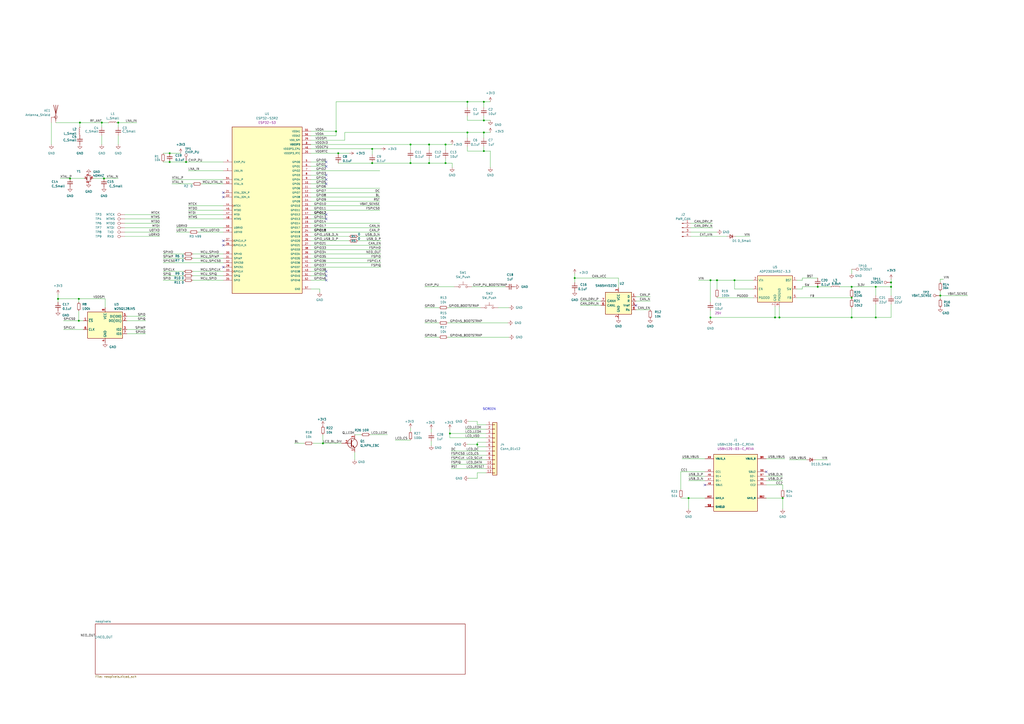
<source format=kicad_sch>
(kicad_sch (version 20211123) (generator eeschema)
  (paper "A2")
  (junction (at 452.12 184.15))
  (junction (at 59.055 71.12))
  (junction (at 333.375 161.29))
  (junction (at 280.67 59.055))
  (junction (at 248.92 94.615))
  (junction (at 196.215 88.9))
  (junction (at 60.325 103.505))
  (junction (at 68.58 71.12))
  (junction (at 516.89 166.37))
  (junction (at 46.355 71.12))
  (junction (at 412.115 184.15))
  (junction (at 248.92 83.82))
  (junction (at 494.03 166.37))
  (junction (at 508 184.15))
  (junction (at 260.985 251.46))
  (junction (at 238.125 94.615))
  (junction (at 280.67 76.835))
  (junction (at 494.03 184.15))
  (junction (at 40.64 103.505))
  (junction (at 276.86 257.81))
  (junction (at 415.925 162.56))
  (junction (at 258.445 94.615))
  (junction (at 271.145 59.055))
  (junction (at 426.085 162.56))
  (junction (at 215.9 86.36))
  (junction (at 454.025 288.925))
  (junction (at 508 166.37))
  (junction (at 98.425 88.9))
  (junction (at 280.67 69.85))
  (junction (at 516.89 163.83))
  (junction (at 238.125 83.82))
  (junction (at 45.72 186.055))
  (junction (at 474.345 166.37))
  (junction (at 545.465 171.45))
  (junction (at 494.03 172.72))
  (junction (at 33.655 173.355))
  (junction (at 271.145 76.835))
  (junction (at 412.115 162.56))
  (junction (at 107.95 93.98))
  (junction (at 399.415 288.925))
  (junction (at 215.9 94.615))
  (junction (at 449.58 184.15))
  (junction (at 258.445 83.82))
  (junction (at 280.67 87.63))
  (junction (at 98.425 93.98))
  (junction (at 45.72 173.355))
  (junction (at 194.945 76.2))
  (junction (at 187.325 257.175))
  (no_connect (at 189.23 127))
  (no_connect (at 189.23 101.6))
  (no_connect (at 189.23 96.52))
  (no_connect (at 408.94 281.305))
  (no_connect (at 444.5 273.685))
  (no_connect (at 368.935 177.165))
  (no_connect (at 189.23 106.68))
  (no_connect (at 189.23 157.48))
  (no_connect (at 189.23 124.46))
  (no_connect (at 189.23 93.98))
  (no_connect (at 189.23 162.56))
  (no_connect (at 189.23 160.02))
  (no_connect (at 129.54 154.94))
  (no_connect (at 189.23 104.14))
  (no_connect (at 129.54 111.76))
  (no_connect (at 129.54 114.3))
  (no_connect (at 129.54 139.7))
  (no_connect (at 129.54 142.24))
  (wire (pts (xy 215.9 94.615) (xy 238.125 94.615)))
  (wire (pts (xy 269.875 248.92) (xy 281.94 248.92)))
  (wire (pts (xy 170.815 257.175) (xy 176.53 257.175)))
  (wire (pts (xy 79.375 71.12) (xy 68.58 71.12)))
  (wire (pts (xy 494.03 156.21) (xy 494.03 158.75)))
  (wire (pts (xy 276.86 277.495) (xy 276.86 274.32)))
  (wire (pts (xy 377.19 179.705) (xy 368.935 179.705)))
  (wire (pts (xy 452.12 177.8) (xy 452.12 184.15)))
  (wire (pts (xy 238.125 92.075) (xy 238.125 94.615)))
  (wire (pts (xy 109.22 119.38) (xy 129.54 119.38)))
  (wire (pts (xy 98.425 93.98) (xy 107.95 93.98)))
  (wire (pts (xy 180.34 132.08) (xy 220.345 132.08)))
  (wire (pts (xy 412.115 185.42) (xy 412.115 184.15)))
  (wire (pts (xy 187.325 257.175) (xy 187.325 252.095)))
  (wire (pts (xy 180.34 111.76) (xy 220.345 111.76)))
  (wire (pts (xy 412.115 162.56) (xy 415.925 162.56)))
  (wire (pts (xy 180.34 137.16) (xy 202.565 137.16)))
  (wire (pts (xy 259.715 178.435) (xy 278.765 178.435)))
  (wire (pts (xy 561.34 171.45) (xy 545.465 171.45)))
  (wire (pts (xy 426.085 162.56) (xy 436.88 162.56)))
  (wire (pts (xy 180.34 93.98) (xy 189.23 93.98)))
  (wire (pts (xy 92.71 129.54) (xy 72.39 129.54)))
  (wire (pts (xy 238.125 83.82) (xy 248.92 83.82)))
  (wire (pts (xy 462.28 172.72) (xy 494.03 172.72)))
  (wire (pts (xy 246.38 178.435) (xy 254.635 178.435)))
  (wire (pts (xy 377.19 174.625) (xy 368.935 174.625)))
  (wire (pts (xy 99.695 106.68) (xy 111.76 106.68)))
  (wire (pts (xy 516.89 176.53) (xy 516.89 184.15)))
  (wire (pts (xy 180.34 99.06) (xy 220.345 99.06)))
  (wire (pts (xy 180.34 86.36) (xy 215.9 86.36)))
  (wire (pts (xy 238.125 248.285) (xy 238.125 250.19)))
  (wire (pts (xy 34.925 103.505) (xy 40.64 103.505)))
  (wire (pts (xy 180.34 152.4) (xy 220.98 152.4)))
  (wire (pts (xy 280.67 69.85) (xy 271.145 69.85)))
  (wire (pts (xy 426.72 137.16) (xy 434.975 137.16)))
  (wire (pts (xy 180.34 101.6) (xy 189.23 101.6)))
  (wire (pts (xy 180.34 116.84) (xy 220.345 116.84)))
  (wire (pts (xy 180.34 149.86) (xy 220.98 149.86)))
  (wire (pts (xy 454.025 295.275) (xy 454.025 288.925)))
  (wire (pts (xy 60.325 103.505) (xy 53.975 103.505)))
  (wire (pts (xy 394.97 273.685) (xy 394.97 283.845)))
  (wire (pts (xy 207.645 139.7) (xy 220.98 139.7)))
  (wire (pts (xy 180.34 139.7) (xy 202.565 139.7)))
  (wire (pts (xy 46.355 73.66) (xy 46.355 71.12)))
  (wire (pts (xy 72.39 137.16) (xy 92.71 137.16)))
  (wire (pts (xy 261.62 264.16) (xy 281.94 264.16)))
  (wire (pts (xy 452.12 184.15) (xy 494.03 184.15)))
  (wire (pts (xy 111.76 160.02) (xy 129.54 160.02)))
  (wire (pts (xy 180.34 114.3) (xy 220.345 114.3)))
  (wire (pts (xy 68.58 71.12) (xy 68.58 73.66)))
  (wire (pts (xy 271.145 76.835) (xy 271.145 80.01)))
  (wire (pts (xy 408.94 278.765) (xy 399.415 278.765)))
  (wire (pts (xy 116.84 106.68) (xy 129.54 106.68)))
  (wire (pts (xy 276.86 256.54) (xy 276.86 257.81)))
  (wire (pts (xy 94.615 93.98) (xy 98.425 93.98)))
  (wire (pts (xy 180.34 96.52) (xy 189.23 96.52)))
  (wire (pts (xy 180.34 142.24) (xy 220.98 142.24)))
  (wire (pts (xy 102.235 134.62) (xy 109.855 134.62)))
  (wire (pts (xy 258.445 94.615) (xy 248.92 94.615)))
  (wire (pts (xy 462.28 167.64) (xy 465.455 167.64)))
  (wire (pts (xy 180.34 104.14) (xy 189.23 104.14)))
  (wire (pts (xy 181.61 257.175) (xy 187.325 257.175)))
  (wire (pts (xy 276.86 257.81) (xy 276.86 259.08)))
  (wire (pts (xy 45.72 180.34) (xy 45.72 186.055)))
  (wire (pts (xy 474.345 166.37) (xy 481.965 166.37)))
  (wire (pts (xy 180.34 83.82) (xy 238.125 83.82)))
  (wire (pts (xy 111.76 162.56) (xy 129.54 162.56)))
  (wire (pts (xy 180.34 119.38) (xy 220.345 119.38)))
  (wire (pts (xy 99.695 104.14) (xy 129.54 104.14)))
  (wire (pts (xy 426.085 167.64) (xy 426.085 162.56)))
  (wire (pts (xy 180.34 160.02) (xy 189.23 160.02)))
  (wire (pts (xy 261.62 266.7) (xy 281.94 266.7)))
  (wire (pts (xy 280.67 76.835) (xy 280.67 80.01)))
  (wire (pts (xy 280.67 76.835) (xy 284.48 76.835)))
  (wire (pts (xy 45.72 173.355) (xy 45.72 175.26)))
  (wire (pts (xy 415.925 172.72) (xy 436.88 172.72)))
  (wire (pts (xy 194.945 59.055) (xy 194.945 76.2)))
  (wire (pts (xy 248.92 83.82) (xy 248.92 86.995)))
  (wire (pts (xy 280.67 87.63) (xy 271.145 87.63)))
  (wire (pts (xy 400.685 129.54) (xy 413.385 129.54)))
  (wire (pts (xy 73.66 193.675) (xy 84.455 193.675)))
  (wire (pts (xy 400.685 137.16) (xy 421.64 137.16)))
  (wire (pts (xy 45.72 173.355) (xy 60.96 173.355)))
  (wire (pts (xy 72.39 134.62) (xy 92.71 134.62)))
  (wire (pts (xy 109.22 121.92) (xy 129.54 121.92)))
  (wire (pts (xy 109.22 127) (xy 129.54 127)))
  (wire (pts (xy 59.055 73.66) (xy 59.055 71.12)))
  (wire (pts (xy 395.605 266.065) (xy 408.94 266.065)))
  (wire (pts (xy 180.34 81.28) (xy 200.025 81.28)))
  (wire (pts (xy 408.94 273.685) (xy 394.97 273.685)))
  (wire (pts (xy 465.455 162.56) (xy 465.455 161.29)))
  (wire (pts (xy 271.145 67.31) (xy 271.145 69.85)))
  (wire (pts (xy 271.78 277.495) (xy 276.86 277.495)))
  (wire (pts (xy 358.775 161.29) (xy 358.775 167.005)))
  (wire (pts (xy 180.34 76.2) (xy 194.945 76.2)))
  (wire (pts (xy 36.83 186.055) (xy 45.72 186.055)))
  (wire (pts (xy 348.615 177.165) (xy 336.55 177.165)))
  (wire (pts (xy 102.235 132.08) (xy 129.54 132.08)))
  (wire (pts (xy 545.465 173.355) (xy 545.465 171.45)))
  (wire (pts (xy 444.5 276.225) (xy 454.025 276.225)))
  (wire (pts (xy 508 166.37) (xy 508 171.45)))
  (wire (pts (xy 180.34 162.56) (xy 189.23 162.56)))
  (wire (pts (xy 180.34 124.46) (xy 189.23 124.46)))
  (wire (pts (xy 487.045 166.37) (xy 494.03 166.37)))
  (wire (pts (xy 248.92 94.615) (xy 238.125 94.615)))
  (wire (pts (xy 259.715 187.325) (xy 294.64 187.325)))
  (wire (pts (xy 107.95 93.98) (xy 129.54 93.98)))
  (wire (pts (xy 273.685 166.37) (xy 293.37 166.37)))
  (wire (pts (xy 33.655 170.815) (xy 33.655 173.355)))
  (wire (pts (xy 94.615 157.48) (xy 106.68 157.48)))
  (wire (pts (xy 46.355 71.12) (xy 59.055 71.12)))
  (wire (pts (xy 449.58 177.8) (xy 449.58 184.15)))
  (wire (pts (xy 508 176.53) (xy 508 184.15)))
  (wire (pts (xy 408.94 276.225) (xy 399.415 276.225)))
  (wire (pts (xy 46.355 71.12) (xy 32.385 71.12)))
  (wire (pts (xy 262.255 94.615) (xy 258.445 94.615)))
  (wire (pts (xy 92.71 124.46) (xy 72.39 124.46)))
  (wire (pts (xy 261.62 271.78) (xy 281.94 271.78)))
  (wire (pts (xy 248.92 92.075) (xy 248.92 94.615)))
  (wire (pts (xy 94.615 149.86) (xy 106.68 149.86)))
  (wire (pts (xy 400.685 132.08) (xy 413.385 132.08)))
  (wire (pts (xy 271.145 85.09) (xy 271.145 87.63)))
  (wire (pts (xy 73.66 191.135) (xy 84.455 191.135)))
  (wire (pts (xy 180.34 109.22) (xy 220.345 109.22)))
  (wire (pts (xy 494.03 184.15) (xy 494.03 178.435)))
  (wire (pts (xy 394.97 288.925) (xy 399.415 288.925)))
  (wire (pts (xy 45.72 186.055) (xy 48.26 186.055)))
  (wire (pts (xy 545.465 161.925) (xy 545.465 163.83)))
  (wire (pts (xy 377.19 172.085) (xy 368.935 172.085)))
  (wire (pts (xy 94.615 160.02) (xy 106.68 160.02)))
  (wire (pts (xy 194.945 78.74) (xy 194.945 76.2)))
  (wire (pts (xy 114.935 134.62) (xy 129.54 134.62)))
  (wire (pts (xy 258.445 94.615) (xy 258.445 92.075)))
  (wire (pts (xy 196.215 94.615) (xy 215.9 94.615)))
  (wire (pts (xy 288.925 178.435) (xy 295.275 178.435)))
  (wire (pts (xy 508 166.37) (xy 516.89 166.37)))
  (wire (pts (xy 68.58 78.74) (xy 68.58 83.82)))
  (wire (pts (xy 415.925 162.56) (xy 415.925 167.64)))
  (wire (pts (xy 33.655 173.355) (xy 45.72 173.355)))
  (wire (pts (xy 333.375 158.75) (xy 333.375 161.29)))
  (wire (pts (xy 200.025 76.835) (xy 271.145 76.835)))
  (wire (pts (xy 260.985 251.46) (xy 260.985 254)))
  (wire (pts (xy 262.255 97.155) (xy 262.255 94.615)))
  (wire (pts (xy 408.94 288.925) (xy 399.415 288.925)))
  (wire (pts (xy 271.145 257.81) (xy 276.86 257.81)))
  (wire (pts (xy 111.76 157.48) (xy 129.54 157.48)))
  (wire (pts (xy 111.76 147.32) (xy 129.54 147.32)))
  (wire (pts (xy 94.615 88.9) (xy 98.425 88.9)))
  (wire (pts (xy 516.89 184.15) (xy 508 184.15)))
  (wire (pts (xy 284.48 69.85) (xy 280.67 69.85)))
  (wire (pts (xy 494.03 172.72) (xy 494.03 173.355)))
  (wire (pts (xy 260.985 251.46) (xy 281.94 251.46)))
  (wire (pts (xy 94.615 152.4) (xy 129.54 152.4)))
  (wire (pts (xy 444.5 278.765) (xy 454.025 278.765)))
  (wire (pts (xy 444.5 266.065) (xy 455.295 266.065)))
  (wire (pts (xy 261.62 269.24) (xy 281.94 269.24)))
  (wire (pts (xy 449.58 184.15) (xy 452.12 184.15)))
  (wire (pts (xy 98.425 88.9) (xy 104.775 88.9)))
  (wire (pts (xy 258.445 83.82) (xy 262.255 83.82)))
  (wire (pts (xy 207.645 137.16) (xy 220.345 137.16)))
  (wire (pts (xy 180.34 147.32) (xy 220.98 147.32)))
  (wire (pts (xy 263.525 166.37) (xy 246.38 166.37)))
  (wire (pts (xy 494.03 166.37) (xy 494.03 167.64)))
  (wire (pts (xy 36.83 191.135) (xy 48.26 191.135)))
  (wire (pts (xy 92.71 127) (xy 72.39 127)))
  (wire (pts (xy 94.615 147.32) (xy 106.68 147.32)))
  (wire (pts (xy 444.5 281.305) (xy 454.025 281.305)))
  (wire (pts (xy 59.055 71.12) (xy 62.865 71.12)))
  (wire (pts (xy 194.945 59.055) (xy 271.145 59.055)))
  (wire (pts (xy 516.89 166.37) (xy 516.89 171.45)))
  (wire (pts (xy 180.34 106.68) (xy 189.23 106.68)))
  (wire (pts (xy 246.38 187.325) (xy 254.635 187.325)))
  (wire (pts (xy 280.67 87.63) (xy 280.67 85.09)))
  (wire (pts (xy 205.74 252.095) (xy 209.55 252.095)))
  (wire (pts (xy 276.86 259.08) (xy 281.94 259.08)))
  (wire (pts (xy 33.655 175.26) (xy 33.655 173.355)))
  (wire (pts (xy 248.92 83.82) (xy 258.445 83.82)))
  (wire (pts (xy 405.13 162.56) (xy 412.115 162.56)))
  (wire (pts (xy 348.615 174.625) (xy 336.55 174.625)))
  (wire (pts (xy 229.235 255.27) (xy 238.125 255.27)))
  (wire (pts (xy 187.325 257.175) (xy 198.12 257.175)))
  (wire (pts (xy 111.76 149.86) (xy 129.54 149.86)))
  (wire (pts (xy 109.22 124.46) (xy 129.54 124.46)))
  (wire (pts (xy 465.455 166.37) (xy 474.345 166.37)))
  (wire (pts (xy 180.34 144.78) (xy 220.98 144.78)))
  (wire (pts (xy 473.075 266.7) (xy 480.06 266.7)))
  (wire (pts (xy 494.03 184.15) (xy 508 184.15)))
  (wire (pts (xy 426.085 167.64) (xy 436.88 167.64)))
  (wire (pts (xy 412.115 184.15) (xy 449.58 184.15)))
  (wire (pts (xy 185.42 169.545) (xy 185.42 167.64)))
  (wire (pts (xy 196.215 88.9) (xy 202.565 88.9)))
  (wire (pts (xy 271.145 59.055) (xy 271.145 62.23)))
  (wire (pts (xy 260.985 248.92) (xy 260.985 251.46)))
  (wire (pts (xy 400.685 134.62) (xy 415.925 134.62)))
  (wire (pts (xy 29.845 71.12) (xy 29.845 83.82)))
  (wire (pts (xy 516.89 163.83) (xy 516.89 166.37)))
  (wire (pts (xy 258.445 83.82) (xy 258.445 86.995)))
  (wire (pts (xy 276.86 274.32) (xy 281.94 274.32)))
  (wire (pts (xy 250.19 248.92) (xy 250.19 250.825)))
  (wire (pts (xy 412.115 180.34) (xy 412.115 184.15)))
  (wire (pts (xy 281.94 256.54) (xy 276.86 256.54)))
  (wire (pts (xy 59.055 78.74) (xy 59.055 83.82)))
  (wire (pts (xy 276.86 244.475) (xy 271.78 244.475)))
  (wire (pts (xy 180.34 129.54) (xy 220.345 129.54)))
  (wire (pts (xy 465.455 161.29) (xy 474.345 161.29)))
  (wire (pts (xy 180.34 88.9) (xy 196.215 88.9)))
  (wire (pts (xy 333.375 161.29) (xy 358.775 161.29)))
  (wire (pts (xy 73.66 183.515) (xy 84.455 183.515)))
  (wire (pts (xy 180.34 157.48) (xy 189.23 157.48)))
  (wire (pts (xy 180.34 154.94) (xy 220.98 154.94)))
  (wire (pts (xy 399.415 295.275) (xy 399.415 288.925)))
  (wire (pts (xy 94.615 162.56) (xy 106.68 162.56)))
  (wire (pts (xy 185.42 167.64) (xy 180.34 167.64)))
  (wire (pts (xy 200.025 76.835) (xy 200.025 81.28)))
  (wire (pts (xy 246.38 195.58) (xy 254.635 195.58)))
  (wire (pts (xy 271.145 59.055) (xy 280.67 59.055)))
  (wire (pts (xy 214.63 252.095) (xy 224.79 252.095)))
  (wire (pts (xy 60.96 173.355) (xy 60.96 178.435)))
  (wire (pts (xy 180.34 127) (xy 189.23 127)))
  (wire (pts (xy 215.9 86.36) (xy 220.98 86.36)))
  (wire (pts (xy 180.34 78.74) (xy 194.945 78.74)))
  (wire (pts (xy 280.67 59.055) (xy 280.67 62.23)))
  (wire (pts (xy 444.5 288.925) (xy 454.025 288.925)))
  (wire (pts (xy 68.58 71.12) (xy 67.945 71.12)))
  (wire (pts (xy 92.71 132.08) (xy 72.39 132.08)))
  (wire (pts (xy 260.985 254) (xy 281.94 254)))
  (wire (pts (xy 412.115 162.56) (xy 412.115 175.26)))
  (wire (pts (xy 454.025 281.305) (xy 454.025 283.845)))
  (wire (pts (xy 271.145 76.835) (xy 280.67 76.835)))
  (wire (pts (xy 180.34 121.92) (xy 220.345 121.92)))
  (wire (pts (xy 40.64 103.505) (xy 48.895 103.505)))
  (wire (pts (xy 494.03 166.37) (xy 508 166.37)))
  (wire (pts (xy 238.125 83.82) (xy 238.125 86.995)))
  (wire (pts (xy 516.89 161.925) (xy 516.89 163.83)))
  (wire (pts (xy 60.325 103.505) (xy 68.58 103.505)))
  (wire (pts (xy 73.66 186.055) (xy 84.455 186.055)))
  (wire (pts (xy 109.22 99.06) (xy 129.54 99.06)))
  (wire (pts (xy 250.19 255.905) (xy 250.19 258.445)))
  (wire (pts (xy 107.95 93.345) (xy 107.95 93.98)))
  (wire (pts (xy 280.67 59.055) (xy 284.48 59.055)))
  (wire (pts (xy 180.34 134.62) (xy 220.345 134.62)))
  (wire (pts (xy 276.86 246.38) (xy 276.86 244.475)))
  (wire (pts (xy 547.37 161.925) (xy 545.465 161.925)))
  (wire (pts (xy 545.465 171.45) (xy 545.465 168.91)))
  (wire (pts (xy 284.48 87.63) (xy 280.67 87.63)))
  (wire (pts (xy 261.62 261.62) (xy 281.94 261.62)))
  (wire (pts (xy 205.74 262.255) (xy 205.74 266.7)))
  (wire (pts (xy 215.9 86.36) (xy 215.9 89.535)))
  (wire (pts (xy 462.28 162.56) (xy 465.455 162.56)))
  (wire (pts (xy 281.94 246.38) (xy 276.86 246.38)))
  (wire (pts (xy 196.215 88.9) (xy 196.215 89.535)))
  (wire (pts (xy 457.835 266.7) (xy 467.995 266.7)))
  (wire (pts (xy 415.925 162.56) (xy 426.085 162.56)))
  (wire (pts (xy 259.715 195.58) (xy 295.275 195.58)))
  (wire (pts (xy 284.48 97.155) (xy 284.48 87.63)))
  (wire (pts (xy 333.375 161.29) (xy 333.375 163.83)))
  (wire (pts (xy 280.67 69.85) (xy 280.67 67.31)))
  (wire (pts (xy 465.455 167.64) (xy 465.455 166.37)))
  (text "SCREEN" (at 280.035 238.125 0) (effects (font (size 1.27 1.27)) (justify left bottom)))
  (label "SPIHD" (at 94.615 147.32 0))
  (label "U0TXD" (at 92.71 134.62 180))
  (label "MCU_SPICS0" (at 116.205 152.4 0))
  (label "GPIO10" (at 189.23 119.38 180))
  (label "LCD_DC" (at 270.51 261.62 0))
  (label "GPIO34" (at 189.23 147.32 180))
  (label "SPICLK" (at 94.615 157.48 0))
  (label "MCU_U0TXD" (at 116.205 134.62 0))
  (label "LCD_LEDK" (at 224.79 252.095 180))
  (label "GPIO5" (at 189.23 106.68 180))
  (label "USB_D_N" (at 454.025 276.225 180))
  (label "SPID" (at 94.615 162.56 0))
  (label "XTAL_P" (at 34.925 103.505 0))
  (label "VIN" (at 405.13 162.56 0))
  (label "CAN_EN" (at 220.98 142.24 180))
  (label "BL" (at 170.815 257.175 0))
  (label "DC" (at 220.345 111.76 180))
  (label "USB_D_P" (at 220.98 139.7 180))
  (label "GPIO_USB_D_N" (at 182.245 137.16 0))
  (label "CC1" (at 394.97 273.685 0))
  (label "CHIP_PU" (at 109.22 93.98 0))
  (label "U0RXD" (at 92.71 137.16 180))
  (label "MTCK" (at 109.22 119.38 0))
  (label "GPIO17" (at 189.23 132.08 180))
  (label "SPICLK" (at 36.83 191.135 0))
  (label "LCD_DATA" (at 270.51 269.24 0))
  (label "U0RXD" (at 102.235 132.08 0))
  (label "FSPID" (at 220.98 149.86 180))
  (label "LCD_SCLK" (at 270.51 266.7 0))
  (label "USB_D_P" (at 399.415 276.225 0))
  (label "VDDRTC" (at 182.88 88.9 0))
  (label "USB_VBUS" (at 395.605 266.065 0))
  (label "GPIO46" (at 189.23 162.56 180))
  (label "Q_LEDK" (at 205.74 252.095 180))
  (label "CAN_VCC" (at 351.79 161.29 180))
  (label "GPIO0" (at 246.38 178.435 0))
  (label "XTAL_P" (at 99.695 104.14 0))
  (label "GPIO_USB_D_P" (at 182.245 139.7 0))
  (label "CAN_EN" (at 377.19 179.705 180))
  (label "FSPIHD" (at 220.98 144.78 180))
  (label "MTMS" (at 109.22 127 0))
  (label "VIN" (at 434.975 137.16 180))
  (label "USB_D_N" (at 399.415 278.765 0))
  (label "RF_ANT" (at 59.055 71.12 180))
  (label "CAN_DRV_N" (at 413.385 132.08 180))
  (label "GPIO3" (at 189.23 101.6 180))
  (label "MCU_SPICLK" (at 116.205 157.48 0))
  (label "GPIO46_BOOTSTRAP" (at 260.985 195.58 0))
  (label "MTMS" (at 92.71 127 180))
  (label "CAN_DRV_N" (at 336.55 177.165 0))
  (label "FSPIQ" (at 220.98 154.94 180))
  (label "MCU_SPIHD" (at 116.205 147.32 0))
  (label "SPIQ" (at 94.615 160.02 0))
  (label "VDDCPU" (at 182.88 86.36 0))
  (label "EXT_VIN" (at 413.385 137.16 180))
  (label "MTDI" (at 92.71 132.08 180))
  (label "MTDI" (at 109.22 124.46 0))
  (label "VDDSPI" (at 182.88 81.28 0))
  (label "LCD_LEDA" (at 269.875 251.46 0))
  (label "GPIO46" (at 246.38 195.58 0))
  (label "LCD_CS" (at 229.235 255.27 0))
  (label "CAN_DRV_P" (at 413.385 129.54 180))
  (label "VBAT_SENSE" (at 220.345 119.38 180))
  (label "CAN_N" (at 377.19 174.625 180))
  (label "FSPICLK" (at 220.98 152.4 180))
  (label "GPIO36" (at 189.23 152.4 180))
  (label "FSPICS0" (at 261.62 264.16 0))
  (label "MTCK" (at 92.71 124.46 180))
  (label "GPIO11" (at 189.23 121.92 180))
  (label "GPIO45" (at 246.38 187.325 0))
  (label "USB_VBUS" (at 457.835 266.7 0))
  (label "GPIO37" (at 189.23 154.94 180))
  (label "GPIO13" (at 189.23 127 180))
  (label "CAN_P" (at 377.19 172.085 180))
  (label "BST" (at 467.995 161.29 0))
  (label "SPICS0" (at 94.615 152.4 0))
  (label "MCU_SPIWP" (at 116.205 149.86 0))
  (label "CAN_N" (at 220.345 132.08 180))
  (label "GPIO9" (at 189.23 116.84 180))
  (label "MCU_SPIQ" (at 116.205 160.02 0))
  (label "VDDA" (at 182.88 76.2 0))
  (label "GPIO8" (at 189.23 114.3 180))
  (label "FSPICS0" (at 220.345 121.92 180))
  (label "FSPICLK" (at 261.62 266.7 0))
  (label "NEO_OUT" (at 220.98 147.32 180))
  (label "GPIO45" (at 189.23 160.02 180))
  (label "CAN_DRV_P" (at 336.55 174.625 0))
  (label "LNA_IN" (at 79.375 71.12 180))
  (label "VIN" (at 547.37 161.925 0))
  (label "CAN_P" (at 220.345 134.62 180))
  (label "SW" (at 466.725 166.37 0))
  (label "MTDO" (at 109.22 121.92 0))
  (label "LCD_BL_DIV" (at 187.325 257.175 0))
  (label "GPIO0_BOOTSTRAP" (at 260.35 178.435 0))
  (label "GPIO21" (at 189.23 142.24 180))
  (label "VDDA" (at 182.88 78.74 0))
  (label "GPIO1" (at 189.23 96.52 180))
  (label "GPIO45_BOOTSTRAP" (at 260.985 187.325 0))
  (label "VIN" (at 480.06 266.7 180))
  (label "GPIO35" (at 189.23 149.86 180))
  (label "GPIO12" (at 189.23 124.46 180))
  (label "VBAT_SENSE" (at 561.34 171.45 180))
  (label "SPID" (at 84.455 183.515 180))
  (label "FSPIQ" (at 261.62 269.24 0))
  (label "LNA_IN" (at 109.22 99.06 0))
  (label "PGOOD" (at 427.355 172.72 0))
  (label "GPIO4" (at 189.23 104.14 180))
  (label "VDDSPI" (at 60.96 173.355 180))
  (label "SPIWP" (at 84.455 191.135 180))
  (label "SPICS0" (at 36.83 186.055 0))
  (label "BL" (at 220.345 114.3 180))
  (label "LCD_CS" (at 270.51 264.16 0))
  (label "VDD3V3" (at 182.88 83.82 0))
  (label "RST" (at 261.62 271.78 0))
  (label "GPIO12" (at 189.23 124.46 180))
  (label "GPIO18" (at 189.23 134.62 180))
  (label "GPIO18" (at 189.23 134.62 180))
  (label "SPIHD" (at 84.455 193.675 180))
  (label "GPIO2" (at 189.23 99.06 180))
  (label "LCD_RESET" (at 270.51 271.78 0))
  (label "CC2" (at 454.025 281.305 180))
  (label "FB" (at 469.9 172.72 0))
  (label "GPIO6" (at 189.23 109.22 180))
  (label "RST" (at 220.345 116.84 180))
  (label "MCU_XTAL_N" (at 117.3912 106.68 0))
  (label "USB_D_N" (at 220.345 137.16 180))
  (label "MTDO" (at 92.71 129.54 180))
  (label "DC" (at 261.62 261.62 0))
  (label "GPIO0" (at 189.23 93.98 180))
  (label "LCD_LEDK" (at 269.875 248.92 0))
  (label "3.3V" (at 501.65 166.37 180))
  (label "CHIP_PU" (at 246.38 166.37 0))
  (label "GPIO38" (at 189.23 157.48 180))
  (label "GPIO14" (at 189.23 129.54 180))
  (label "USB_VBUS" (at 455.295 266.065 180))
  (label "GPIO33" (at 189.23 144.78 180))
  (label "SPIWP" (at 94.615 149.86 0))
  (label "MCU_SPID" (at 116.205 162.56 0))
  (label "XTAL_N" (at 68.58 103.505 180))
  (label "GPIO7" (at 189.23 111.76 180))
  (label "SPIQ" (at 84.455 186.055 180))
  (label "CHIP_PU_BOOTSTRAP" (at 274.32 166.37 0))
  (label "USB_D_P" (at 454.025 278.765 180))
  (label "XTAL_N" (at 99.695 106.68 0))
  (label "LCD_VDD" (at 269.875 254 0))
  (label "NEO_OUT" (at 55.245 369.57 180))
  (label "U0TXD" (at 102.235 134.62 0))
  (symbol (lib_id "power:GND") (at 454.025 295.275 0) (mirror y) (unit 1)
    (property "Reference" "#PWR041" (effects hide))
    (property "Value" "GND" (at 454.025 299.72 0))
  )
  (symbol (lib_id "Device:R_Small") (at 109.22 149.86 90) (unit 1)
    (property "Reference" "R7" (at 102.87 151.13 90))
    (property "Value" "0" (at 106.045 151.13 90))
    (property "Footprint" "Resistor_SMD:R_0402_1005Metric" (effects hide))
  )
  (symbol (lib_id "Device:R_Small") (at 94.615 91.44 180) (unit 1)
    (property "Reference" "R1" (at 89.535 90.8049 0) (effects (justify right)))
    (property "Value" "10k" (at 89.535 92.7099 0) (effects (justify right)))
    (property "Footprint" "Resistor_SMD:R_0402_1005Metric" (effects hide))
  )
  (symbol (lib_id "Device:R_Small") (at 257.175 178.435 90) (unit 1)
    (property "Reference" "R13" (at 257.175 172.72 90))
    (property "Value" "10k" (at 257.175 175.26 90))
    (property "Footprint" "Resistor_SMD:R_0402_1005Metric" (effects hide))
  )
  (symbol (lib_id "power:GND") (at 262.255 97.155 0) (unit 1)
    (property "Reference" "#PWR011" (effects hide))
    (property "Value" "GND" (at 262.255 101.6 0))
  )
  (symbol (lib_id "Device:Q_NPN_EBC") (at 203.2 257.175 0) (unit 1)
    (property "Reference" "Q1" (at 208.915 255.9049 0) (effects (justify left)))
    (property "Value" "Q_NPN_EBC" (at 208.915 258.4449 0) (effects (justify left)))
    (property "Footprint" "Package_TO_SOT_SMD:TSOT-23" (effects hide))
  )
  (symbol (lib_id "power:+3V3") (at 284.48 59.055 0) (unit 1)
    (property "Reference" "#PWR01" (effects hide))
    (property "Value" "+3V3" (at 284.48 53.975 0))
  )
  (symbol (lib_id "Device:R_Small") (at 45.72 177.8 0) (unit 1)
    (property "Reference" "R8" (at 47.625 176.5299 0) (effects (justify left)))
    (property "Value" "100k" (at 47.625 179.0699 0) (effects (justify left)))
    (property "Footprint" "Resistor_SMD:R_0402_1005Metric" (effects hide))
  )
  (symbol (lib_id "power:GND") (at 545.465 178.435 0) (unit 1)
    (property "Reference" "#PWR031" (effects hide))
    (property "Value" "GND" (at 548.64 181.61 0))
  )
  (symbol (lib_id "Device:R_Small") (at 109.22 147.32 90) (unit 1)
    (property "Reference" "R6" (at 102.87 148.59 90))
    (property "Value" "0" (at 106.045 148.59 90))
    (property "Footprint" "Resistor_SMD:R_0402_1005Metric" (effects hide))
  )
  (symbol (lib_id "Device:C_Small") (at 474.345 163.83 0) (unit 1)
    (property "Reference" "C20" (at 476.25 162.5662 0) (effects (justify left)))
    (property "Value" "0.1uF" (at 476.25 165.1062 0) (effects (justify left)))
    (property "Footprint" "Capacitor_SMD:C_0805_2012Metric" (effects hide))
  )
  (symbol (lib_id "power:GND") (at 377.19 184.785 0) (mirror y) (unit 1)
    (property "Reference" "#PWR0114" (effects hide))
    (property "Value" "GND" (at 377.19 189.23 0))
  )
  (symbol (lib_id "Device:L_Small") (at 65.405 71.12 270) (mirror x) (unit 1)
    (property "Reference" "L1" (at 65.405 66.04 90))
    (property "Value" "L_Small" (at 65.405 68.58 90))
    (property "Footprint" "Inductor_SMD:L_0402_1005Metric" (effects hide))
  )
  (symbol (lib_id "Device:C_Small") (at 238.125 89.535 0) (unit 1)
    (property "Reference" "C11" (at 240.665 88.2712 0) (effects (justify left)))
    (property "Value" "0.1uF" (at 240.665 90.8112 0) (effects (justify left)))
    (property "Footprint" "Capacitor_SMD:C_0402_1005Metric" (effects hide))
  )
  (symbol (lib_id "Device:C_Small") (at 248.92 89.535 0) (unit 1)
    (property "Reference" "C12" (at 252.095 88.2712 0) (effects (justify left)))
    (property "Value" "1uF" (at 252.095 90.8112 0) (effects (justify left)))
    (property "Footprint" "Capacitor_SMD:C_0402_1005Metric" (effects hide))
  )
  (symbol (lib_id "power:GND") (at 40.64 108.585 0) (unit 1)
    (property "Reference" "#PWR015" (effects hide))
    (property "Value" "GND" (at 40.64 113.665 0))
  )
  (symbol (lib_id "Interface_CAN_LIN:SN65HVD230") (at 358.775 174.625 0) (mirror y) (unit 1) (in_bom no)
    (property "Reference" "U2" (at 359.2956 164.465 0) (effects (justify right)))
    (property "Value" "SN65HVD230" (at 345.3256 165.735 0) (effects (justify right)))
    (property "Footprint" "Package_SO:SOIC-8_3.9x4.9mm_P1.27mm" (effects hide))
    (property "Datasheet" "http://www.ti.com/lit/ds/symlink/sn65hvd230.pdf" (effects hide))
    (property "MPN" "SN65HVD230D" (effects hide))
    (property "DESCRIPTION" "IC TRANSCEIVER HALF 1/1 8SOIC" (effects hide))
  )
  (symbol (lib_id "power:GND") (at 33.655 180.34 0) (unit 1)
    (property "Reference" "#PWR021" (effects hide))
    (property "Value" "GND" (at 38.1 182.88 0))
  )
  (symbol (lib_id "Device:C_Small") (at 68.58 76.2 0) (mirror x) (unit 1)
    (property "Reference" "C3" (at 73.66 74.2885 0) (effects (justify right)))
    (property "Value" "C_Small" (at 78.74 76.1935 0) (effects (justify right)))
    (property "Footprint" "Capacitor_SMD:C_0402_1005Metric" (effects hide))
  )
  (symbol (lib_id "power:GND") (at 284.48 69.85 0) (unit 1)
    (property "Reference" "#PWR02" (effects hide))
    (property "Value" "GND" (at 288.925 72.39 0))
  )
  (symbol (lib_id "power:+3V3") (at 238.125 248.285 0) (unit 1)
    (property "Reference" "#PWR0109" (effects hide))
    (property "Value" "+3V3" (at 237.49 244.475 0))
  )
  (symbol (lib_id "Device:C_Small") (at 280.67 82.55 0) (unit 1)
    (property "Reference" "C7" (at 283.21 81.2862 0) (effects (justify left)))
    (property "Value" "1uF" (at 283.21 83.8262 0) (effects (justify left)))
    (property "Footprint" "Capacitor_SMD:C_0402_1005Metric" (effects hide))
  )
  (symbol (lib_id "Device:R_Small") (at 377.19 182.245 0) (mirror y) (unit 1)
    (property "Reference" "R12" (at 379.73 180.9749 0) (effects (justify right)))
    (property "Value" "10k" (at 379.73 183.5149 0) (effects (justify right)))
    (property "Footprint" "Resistor_SMD:R_0402_1005Metric" (effects hide))
  )
  (symbol (lib_id "power:+3V3") (at 284.48 76.835 0) (unit 1)
    (property "Reference" "#PWR03" (effects hide))
    (property "Value" "+3V3" (at 289.56 76.2 0))
  )
  (symbol (lib_id "Device:C_Small") (at 196.215 92.075 0) (unit 1)
    (property "Reference" "C8" (at 198.755 90.8112 0) (effects (justify left)))
    (property "Value" "0.1uF" (at 198.755 93.3512 0) (effects (justify left)))
    (property "Footprint" "Capacitor_SMD:C_0402_1005Metric" (effects hide))
  )
  (symbol (lib_id "Device:Crystal_GND24_Small") (at 51.435 103.505 0) (unit 1)
    (property "Reference" "Y1" (at 45.72 99.3648 0))
    (property "Value" "40MHZ" (at 57.15 101.9048 0))
    (property "Footprint" "Crystal:Crystal_SMD_3225-4Pin_3.2x2.5mm" (effects hide))
    (property "JLCPCB" "C9010" (effects hide))
  )
  (symbol (lib_id "Memory_Flash:W25Q128JVS") (at 60.96 188.595 0) (unit 1)
    (property "Reference" "U3" (at 66.1544 176.53 0) (effects (justify left)))
    (property "Value" "W25Q128JVS" (at 66.1544 179.07 0) (effects (justify left)))
    (property "Footprint" "Package_SO:SOIC-8W_5.3x5.3mm_P1.27mm" (effects hide))
    (property "Datasheet" "http://www.winbond.com/resource-files/w25q128jv_dtr%20revc%2003272018%20plus.pdf" (effects hide))
    (property "JLCPCB" "C97521" (effects hide))
  )
  (symbol (lib_id "Connector:Conn_01x04_Male") (at 395.605 132.08 0) (unit 1)
    (property "Reference" "J2" (at 396.24 124.46 0))
    (property "Value" "PWR_CAN" (at 396.24 127 0))
    (property "Footprint" "Connector_JST:JST_GH_BM04B-GHS-TBT_1x04-1MP_P1.25mm_Vertical" (effects hide))
  )
  (symbol (lib_id "Device:D_Small") (at 424.18 137.16 180) (unit 1)
    (property "Reference" "D1" (at 426.085 139.7 0))
    (property "Value" "D_Small" (at 431.8 139.7 0))
    (property "Footprint" "Diode_SMD:D_SOD-123F" (effects hide))
  )
  (symbol (lib_id "power:GND") (at 294.64 187.325 90) (unit 1)
    (property "Reference" "#PWR028" (effects hide))
    (property "Value" "GND" (at 298.45 187.3249 90) (effects (justify right)))
  )
  (symbol (lib_id "Device:C_Small") (at 59.055 76.2 0) (mirror x) (unit 1)
    (property "Reference" "C4" (at 57.15 74.2885 0) (effects (justify right)))
    (property "Value" "C_Small" (at 57.15 76.1935 0) (effects (justify right)))
    (property "Footprint" "Capacitor_SMD:C_0402_1005Metric" (effects hide))
  )
  (symbol (lib_id "Device:R_Small") (at 109.22 160.02 90) (unit 1)
    (property "Reference" "R10" (at 102.87 161.29 90))
    (property "Value" "0" (at 106.045 161.29 90))
    (property "Footprint" "Resistor_SMD:R_0402_1005Metric" (effects hide))
  )
  (symbol (lib_id "power:+3V3") (at 260.985 248.92 0) (unit 1)
    (property "Reference" "#PWR0107" (effects hide))
    (property "Value" "+3V3" (at 260.35 245.11 0))
  )
  (symbol (lib_id "Device:C_Small") (at 280.67 64.77 0) (unit 1)
    (property "Reference" "C2" (at 283.21 63.5062 0) (effects (justify left)))
    (property "Value" "10uF" (at 283.21 66.0462 0) (effects (justify left)))
    (property "Footprint" "Capacitor_SMD:C_0402_1005Metric" (effects hide))
  )
  (symbol (lib_id "Device:R_Small") (at 415.925 170.18 0) (unit 1)
    (property "Reference" "R19" (at 418.465 168.9099 0) (effects (justify left)))
    (property "Value" "100k" (at 418.465 171.4499 0) (effects (justify left)))
    (property "Footprint" "Resistor_SMD:R_0603_1608Metric" (effects hide))
  )
  (symbol (lib_id "power:+3V3") (at 250.19 248.92 0) (unit 1)
    (property "Reference" "#PWR038" (effects hide))
    (property "Value" "+3V3" (at 249.555 245.11 0))
  )
  (symbol (lib_id "power:GND") (at 68.58 83.82 0) (mirror y) (unit 1)
    (property "Reference" "#PWR05" (effects hide))
    (property "Value" "GND" (at 68.58 88.9 0))
  )
  (symbol (lib_id "Device:R_Small") (at 257.175 195.58 90) (unit 1)
    (property "Reference" "R17" (at 257.175 189.865 90))
    (property "Value" "10k" (at 257.175 192.405 90))
    (property "Footprint" "Resistor_SMD:R_0402_1005Metric" (effects hide))
  )
  (symbol (lib_id "power:+3V3") (at 33.655 170.815 0) (unit 1)
    (property "Reference" "#PWR019" (effects hide))
    (property "Value" "+3V3" (at 33.655 165.735 0))
  )
  (symbol (lib_id "power:GND") (at 333.375 168.91 0) (unit 1)
    (property "Reference" "#PWR020" (effects hide))
    (property "Value" "GND" (at 333.375 173.99 0))
  )
  (symbol (lib_id "Device:L_Small") (at 46.355 76.2 0) (mirror y) (unit 1)
    (property "Reference" "L2" (at 44.45 74.9299 0) (effects (justify left)))
    (property "Value" "L_Small" (at 44.45 77.4699 0) (effects (justify left)))
    (property "Footprint" "Inductor_SMD:L_0402_1005Metric" (effects hide))
  )
  (symbol (lib_id "Device:C_Small") (at 215.9 92.075 0) (unit 1)
    (property "Reference" "C9" (at 218.44 90.8112 0) (effects (justify left)))
    (property "Value" "0.1uF" (at 218.44 93.3512 0) (effects (justify left)))
    (property "Footprint" "Capacitor_SMD:C_0402_1005Metric" (effects hide))
  )
  (symbol (lib_id "Device:R_Small") (at 545.465 166.37 0) (unit 1)
    (property "Reference" "R14" (at 546.735 165.1 0) (effects (justify left)))
    (property "Value" "36k" (at 546.735 167.005 0) (effects (justify left)))
    (property "Footprint" "Resistor_SMD:R_0402_1005Metric" (effects hide))
  )
  (symbol (lib_id "power:GND") (at 60.325 108.585 0) (unit 1)
    (property "Reference" "#PWR016" (effects hide))
    (property "Value" "GND" (at 60.325 113.665 0))
  )
  (symbol (lib_id "Device:C_Small") (at 33.655 177.8 0) (unit 1)
    (property "Reference" "C17" (at 36.195 176.5362 0) (effects (justify left)))
    (property "Value" "0.1uF" (at 36.195 179.0762 0) (effects (justify left)))
    (property "Footprint" "Capacitor_SMD:C_0402_1005Metric" (effects hide))
  )
  (symbol (lib_id "power:+3V3") (at 333.375 158.75 0) (unit 1)
    (property "Reference" "#PWR018" (effects hide))
    (property "Value" "+3V3" (at 338.455 158.115 0))
  )
  (symbol (lib_id "Device:R_Small") (at 257.175 187.325 90) (unit 1)
    (property "Reference" "R15" (at 257.175 181.61 90))
    (property "Value" "10k" (at 257.175 184.15 90))
    (property "Footprint" "Resistor_SMD:R_0402_1005Metric" (effects hide))
  )
  (symbol (lib_id "Device:C_Small") (at 98.425 91.44 180) (unit 1)
    (property "Reference" "C19" (at 101.6 90.1635 0) (effects (justify right)))
    (property "Value" "0.1uF" (at 101.6 92.7035 0) (effects (justify right)))
    (property "Footprint" "Capacitor_SMD:C_0402_1005Metric" (effects hide))
  )
  (symbol (lib_id "Device:C_Small") (at 508 173.99 0) (unit 1)
    (property "Reference" "C21" (at 509.905 172.7262 0) (effects (justify left)))
    (property "Value" "22uF" (at 509.905 175.2662 0) (effects (justify left)))
    (property "Footprint" "Capacitor_SMD:C_0805_2012Metric" (effects hide))
  )
  (symbol (lib_id "power:+3V3") (at 220.98 86.36 270) (unit 1)
    (property "Reference" "#PWR0111" (effects hide))
    (property "Value" "+3V3" (at 224.79 86.3599 90) (effects (justify left)))
  )
  (symbol (lib_id "Device:R_Small") (at 454.025 286.385 0) (unit 1)
    (property "Reference" "R24" (at 455.93 285.1149 0) (effects (justify left)))
    (property "Value" "51k" (at 455.93 287.6549 0) (effects (justify left)))
    (property "Footprint" "Resistor_SMD:R_0402_1005Metric" (effects hide))
  )
  (symbol (lib_id "Device:C_Small") (at 333.375 166.37 0) (unit 1)
    (property "Reference" "C16" (at 336.55 165.1062 0) (effects (justify left)))
    (property "Value" "0.1uF" (at 335.28 167.6462 0) (effects (justify left)))
    (property "Footprint" "Capacitor_SMD:C_0402_1005Metric" (effects hide))
  )
  (symbol (lib_id "power:GND") (at 271.145 257.81 270) (unit 1)
    (property "Reference" "#PWR0106" (effects hide))
    (property "Value" "GND" (at 263.525 257.8099 90) (effects (justify left)))
  )
  (symbol (lib_id "power:GND") (at 59.055 83.82 0) (mirror y) (unit 1)
    (property "Reference" "#PWR06" (effects hide))
    (property "Value" "GND" (at 59.055 88.9 0))
  )
  (symbol (lib_id "power:GND") (at 51.435 100.965 180) (unit 1)
    (property "Reference" "#PWR012" (effects hide))
    (property "Value" "GND" (at 53.975 99.6949 0) (effects (justify right)))
  )
  (symbol (lib_id "power:GND") (at 295.275 195.58 90) (unit 1)
    (property "Reference" "#PWR030" (effects hide))
    (property "Value" "GND" (at 299.085 195.5799 90) (effects (justify right)))
  )
  (symbol (lib_id "ConeCodes:ESP32-S3R2") (at 154.94 121.92 0) (unit 1)
    (property "Reference" "U1" (at 154.94 66.04 0))
    (property "Value" "ESP32-S3R2" (at 154.94 68.58 0))
    (property "Footprint" "ConeCodes:QFN-56" (effects hide))
    (property "MPN" "ESP32-S3" (at 154.94 71.12 0))
  )
  (symbol (lib_id "Device:R_Small") (at 179.07 257.175 90) (unit 1)
    (property "Reference" "R18" (at 179.07 250.825 90))
    (property "Value" "10k" (at 179.07 253.365 90))
    (property "Footprint" "Resistor_SMD:R_0402_1005Metric" (effects hide))
  )
  (symbol (lib_id "power:GND") (at 271.78 277.495 270) (unit 1)
    (property "Reference" "#PWR0110" (effects hide))
    (property "Value" "GND" (at 264.16 277.4949 90) (effects (justify left)))
  )
  (symbol (lib_id "Device:R_Small") (at 494.03 175.895 0) (mirror y) (unit 1)
    (property "Reference" "R21" (at 499.11 174.625 0) (effects (justify left)))
    (property "Value" "10k2" (at 500.38 177.165 0) (effects (justify left)))
    (property "Footprint" "Resistor_SMD:R_0603_1608Metric" (effects hide))
  )
  (symbol (lib_id "Device:L_Small") (at 484.505 166.37 90) (unit 1)
    (property "Reference" "L3" (at 484.505 162.56 90))
    (property "Value" "6.8uh" (at 485.14 164.465 90))
    (property "Footprint" "Inductor_SMD:L_Bourns-SRN6028" (effects hide))
    (property "Datasheet" "https://www.bourns.com/docs/Product-Datasheets/SRN6028.pdf" (effects hide))
    (property "MPN" "SRN6028-6R8M" (effects hide))
    (property "DESCRIPTION" "FIXED IND 6.8UH 2.2A 63 MOHM SMD" (effects hide))
  )
  (symbol (lib_id "Device:R_Small") (at 394.97 286.385 0) (mirror y) (unit 1)
    (property "Reference" "R23" (at 393.065 285.1149 0) (effects (justify left)))
    (property "Value" "51k" (at 393.065 287.6549 0) (effects (justify left)))
    (property "Footprint" "Resistor_SMD:R_0402_1005Metric" (effects hide))
  )
  (symbol (lib_id "Connector:TestPoint") (at 72.39 127 90) (unit 1)
    (property "Reference" "TP4" (at 57.15 127 90))
    (property "Value" "MTMS" (at 64.135 127 90))
    (property "Footprint" "TestPoint:TestPoint_Pad_D1.0mm" (effects hide))
  )
  (symbol (lib_id "Device:C_Small") (at 271.145 64.77 0) (unit 1)
    (property "Reference" "C1" (at 274.32 63.5062 0) (effects (justify left)))
    (property "Value" "1uF" (at 274.32 66.0462 0) (effects (justify left)))
    (property "Footprint" "Capacitor_SMD:C_0402_1005Metric" (effects hide))
  )
  (symbol (lib_id "Device:R_Small") (at 212.09 252.095 270) (unit 1)
    (property "Reference" "R26" (at 207.645 249.555 90))
    (property "Value" "10R" (at 212.09 249.555 90))
    (property "Footprint" "Resistor_SMD:R_0402_1005Metric" (effects hide))
  )
  (symbol (lib_id "power:GND") (at 415.925 134.62 90) (unit 1)
    (property "Reference" "#PWR017" (effects hide))
    (property "Value" "GND" (at 419.1 134.6199 90) (effects (justify right)))
  )
  (symbol (lib_id "Device:C_Small") (at 250.19 253.365 0) (unit 1)
    (property "Reference" "C28" (at 253.365 252.1012 0) (effects (justify left)))
    (property "Value" "1uF" (at 253.365 254.6412 0) (effects (justify left)))
    (property "Footprint" "Capacitor_SMD:C_0402_1005Metric" (effects hide))
  )
  (symbol (lib_id "Connector:TestPoint") (at 72.39 129.54 90) (unit 1)
    (property "Reference" "TP6" (at 57.15 129.54 90))
    (property "Value" "MTDO" (at 64.135 129.54 90))
    (property "Footprint" "TestPoint:TestPoint_Pad_D1.0mm" (effects hide))
  )
  (symbol (lib_id "power:+3V3") (at 262.255 83.82 0) (unit 1)
    (property "Reference" "#PWR04" (effects hide))
    (property "Value" "+3V3" (at 265.43 83.82 0))
  )
  (symbol (lib_id "power:GND") (at 412.115 185.42 0) (unit 1)
    (property "Reference" "#PWR0101" (effects hide))
    (property "Value" "GND" (at 412.115 190.5 0))
  )
  (symbol (lib_id "Device:C_Small") (at 258.445 89.535 0) (unit 1)
    (property "Reference" "C13" (at 260.985 88.2712 0) (effects (justify left)))
    (property "Value" "10uF" (at 260.985 90.8112 0) (effects (justify left)))
    (property "Footprint" "Capacitor_SMD:C_0402_1005Metric" (effects hide))
  )
  (symbol (lib_id "power:GND") (at 60.96 198.755 0) (unit 1)
    (property "Reference" "#PWR026" (effects hide))
    (property "Value" "GND" (at 65.405 201.295 0))
  )
  (symbol (lib_id "Device:R_Small") (at 187.325 249.555 180) (unit 1)
    (property "Reference" "R22" (at 189.23 248.2849 0) (effects (justify right)))
    (property "Value" "10k" (at 189.23 250.8249 0) (effects (justify right)))
    (property "Footprint" "Resistor_SMD:R_0402_1005Metric" (effects hide))
  )
  (symbol (lib_id "power:+3V3") (at 187.325 247.015 0) (unit 1)
    (property "Reference" "#PWR0104" (effects hide))
    (property "Value" "+3V3" (at 186.69 243.205 0))
  )
  (symbol (lib_id "power:GND") (at 205.74 266.7 0) (unit 1)
    (property "Reference" "#PWR0108" (effects hide))
    (property "Value" "GND" (at 207.645 267.9699 0) (effects (justify left)))
  )
  (symbol (lib_id "Device:R_Small") (at 545.465 175.895 0) (unit 1)
    (property "Reference" "R16" (at 547.37 175.26 0) (effects (justify left)))
    (property "Value" "10k" (at 547.37 177.165 0) (effects (justify left)))
    (property "Footprint" "Resistor_SMD:R_0402_1005Metric" (effects hide))
  )
  (symbol (lib_id "power:GND") (at 298.45 166.37 90) (unit 1)
    (property "Reference" "#PWR022" (effects hide))
    (property "Value" "GND" (at 302.26 166.3699 90) (effects (justify right)))
  )
  (symbol (lib_id "Switch:SW_Push") (at 268.605 166.37 0) (unit 1)
    (property "Reference" "SW1" (at 268.605 158.115 0))
    (property "Value" "SW_Push" (at 268.605 160.655 0))
    (property "Footprint" "ConeCodes:SW_RS-032G05A3-SMRT" (effects hide))
  )
  (symbol (lib_id "power:GND") (at 29.845 83.82 0) (mirror y) (unit 1)
    (property "Reference" "#PWR08" (effects hide))
    (property "Value" "GND" (at 29.845 88.9 0))
  )
  (symbol (lib_id "power:GND") (at 295.275 178.435 90) (unit 1)
    (property "Reference" "#PWR027" (effects hide))
    (property "Value" "GND" (at 299.085 178.4349 90) (effects (justify right)))
  )
  (symbol (lib_id "power:GND") (at 494.03 158.75 0) (unit 1)
    (property "Reference" "#PWR0102" (effects hide))
    (property "Value" "GND" (at 495.935 160.0199 0) (effects (justify left)))
  )
  (symbol (lib_id "Regulator_Switching:ADP2303ARDZ-3.3") (at 449.58 167.64 0) (unit 1) (in_bom no)
    (property "Reference" "U5" (at 449.58 154.94 0))
    (property "Value" "ADP2303ARDZ-3.3" (at 449.58 157.48 0))
    (property "Footprint" "Package_SO:SOIC-8-1EP_3.9x4.9mm_P1.27mm_EP2.29x3mm_ThermalVias" (effects hide))
    (property "Datasheet" "https://www.analog.com/media/en/technical-documentation/data-sheets/ADP2302_2303.pdf" (effects hide))
  )
  (symbol (lib_id "Device:R_Small") (at 238.125 252.73 0) (unit 1)
    (property "Reference" "R27" (at 240.03 251.4599 0) (effects (justify left)))
    (property "Value" "100k" (at 240.03 253.9999 0) (effects (justify left)))
    (property "Footprint" "Resistor_SMD:R_0402_1005Metric" (effects hide))
  )
  (symbol (lib_id "Connector:TestPoint") (at 516.89 163.83 90) (unit 1)
    (property "Reference" "TP11" (at 508.635 161.925 90))
    (property "Value" "3V3OUT" (at 508.635 163.83 90))
    (property "Footprint" "TestPoint:TestPoint_Pad_D1.0mm" (effects hide))
  )
  (symbol (lib_id "power:GND") (at 358.775 184.785 0) (unit 1)
    (property "Reference" "#PWR0113" (effects hide))
    (property "Value" "GND" (at 358.775 189.23 0))
  )
  (symbol (lib_id "Device:R_Small") (at 205.105 139.7 90) (unit 1)
    (property "Reference" "R5" (at 205.105 139.7 90))
    (property "Value" "0" (at 208.28 138.43 90))
    (property "Footprint" "Resistor_SMD:R_0402_1005Metric" (effects hide))
  )
  (symbol (lib_id "Device:D_Small") (at 470.535 266.7 180) (unit 1)
    (property "Reference" "D11" (at 472.44 269.24 0))
    (property "Value" "D_Small" (at 478.155 269.24 0))
    (property "Footprint" "Diode_SMD:D_SOD-123F" (effects hide))
  )
  (symbol (lib_id "Device:R_Small") (at 114.3 106.68 90) (unit 1)
    (property "Reference" "R2" (at 107.95 107.95 90))
    (property "Value" "0" (at 111.125 107.95 90))
    (property "Footprint" "Resistor_SMD:R_0402_1005Metric" (effects hide))
  )
  (symbol (lib_id "Connector:TestPoint") (at 72.39 137.16 90) (unit 1)
    (property "Reference" "TP9" (at 57.15 137.16 90))
    (property "Value" "RXD" (at 64.135 137.16 90))
    (property "Footprint" "TestPoint:TestPoint_Pad_D1.0mm" (effects hide))
  )
  (symbol (lib_id "Switch:SW_Push") (at 283.845 178.435 0) (unit 1)
    (property "Reference" "SW2" (at 283.845 170.18 0))
    (property "Value" "SW_Push" (at 283.845 172.72 0))
    (property "Footprint" "ConeCodes:SW_RS-032G05A3-SMRT" (effects hide))
  )
  (symbol (lib_id "power:GND") (at 284.48 97.155 0) (unit 1)
    (property "Reference" "#PWR010" (effects hide))
    (property "Value" "GND" (at 284.48 101.6 0))
  )
  (symbol (lib_id "Device:C_Small") (at 40.64 106.045 0) (unit 1)
    (property "Reference" "C14" (at 29.845 105.4162 0) (effects (justify left)))
    (property "Value" "C_Small" (at 29.845 107.9562 0) (effects (justify left)))
    (property "Footprint" "Capacitor_SMD:C_0402_1005Metric" (effects hide))
  )
  (symbol (lib_id "power:+3V3") (at 202.565 88.9 270) (unit 1)
    (property "Reference" "#PWR0112" (effects hide))
    (property "Value" "+3V3" (at 206.375 88.8999 90) (effects (justify left)))
  )
  (symbol (lib_id "Connector_Generic:Conn_01x12") (at 287.02 259.08 0) (unit 1)
    (property "Reference" "J4" (at 290.195 257.8099 0) (effects (justify left)))
    (property "Value" "Conn_01x12" (at 290.195 260.3499 0) (effects (justify left)))
    (property "Footprint" "ConeCodes:GC9A01_disp" (effects hide))
    (property "Datasheet" "https://www.buydisplay.com/download/ic/GC9A01A.pdf" (effects hide))
  )
  (symbol (lib_id "power:+3V3") (at 104.775 88.9 0) (unit 1)
    (property "Reference" "#PWR09" (effects hide))
    (property "Value" "+3V3" (at 104.775 83.82 0))
  )
  (symbol (lib_id "power:GND") (at 399.415 295.275 0) (unit 1)
    (property "Reference" "#PWR040" (effects hide))
    (property "Value" "GND" (at 399.415 299.72 0))
  )
  (symbol (lib_id "Device:C_Small") (at 271.145 82.55 0) (unit 1)
    (property "Reference" "C6" (at 274.32 81.2862 0) (effects (justify left)))
    (property "Value" "0.1uF" (at 273.05 83.8262 0) (effects (justify left)))
    (property "Footprint" "Capacitor_SMD:C_0402_1005Metric" (effects hide))
  )
  (symbol (lib_id "ConeCodes:USB4120-03-C_REVA") (at 426.72 278.765 0) (unit 1)
    (property "Reference" "J1" (at 426.72 255.27 0))
    (property "Value" "USB4120-03-C_REVA" (at 426.72 257.81 0))
    (property "Footprint" "ConeCodes:GCT_USB4120-03-C_REVA" (effects hide))
    (property "Datasheet" "https://www.mouser.com/datasheet/2/837/USB4120-2888136.pdf" (effects hide))
    (property "MPN" "USB4120-03-C_REVA" (at 426.72 260.35 0))
  )
  (symbol (lib_id "Device:Antenna_Shield") (at 32.385 66.04 0) (mirror y) (unit 1)
    (property "Reference" "AE1" (at 29.21 64.1349 0) (effects (justify left)))
    (property "Value" "Antenna_Shield" (at 29.21 66.6749 0) (effects (justify left)))
    (property "Footprint" "RF_Antenna:Johanson_2450AT18x100" (effects hide))
  )
  (symbol (lib_id "Device:C_Small") (at 46.355 81.28 0) (mirror x) (unit 1)
    (property "Reference" "C5" (at 44.45 79.3685 0) (effects (justify right)))
    (property "Value" "C_Small" (at 44.45 81.2735 0) (effects (justify right)))
    (property "Footprint" "Capacitor_SMD:C_0402_1005Metric" (effects hide))
  )
  (symbol (lib_id "Connector:TestPoint") (at 72.39 124.46 90) (unit 1)
    (property "Reference" "TP3" (at 57.15 124.46 90))
    (property "Value" "MTCK" (at 64.135 124.46 90))
    (property "Footprint" "TestPoint:TestPoint_Pad_D1.0mm" (effects hide))
  )
  (symbol (lib_id "power:GND") (at 51.435 106.045 0) (unit 1)
    (property "Reference" "#PWR014" (effects hide))
    (property "Value" "GND" (at 51.435 111.125 0))
  )
  (symbol (lib_id "Connector:TestPoint") (at 72.39 134.62 90) (unit 1)
    (property "Reference" "TP8" (at 57.15 134.62 90))
    (property "Value" "TXD" (at 64.135 134.62 90))
    (property "Footprint" "TestPoint:TestPoint_Pad_D1.0mm" (effects hide))
  )
  (symbol (lib_id "Device:R_Small") (at 205.105 137.16 90) (unit 1)
    (property "Reference" "R4" (at 205.105 137.16 90))
    (property "Value" "0" (at 208.28 135.89 90))
    (property "Footprint" "Resistor_SMD:R_0402_1005Metric" (effects hide))
  )
  (symbol (lib_id "power:+3V3") (at 516.89 161.925 0) (unit 1)
    (property "Reference" "#PWR0103" (effects hide))
    (property "Value" "+3V3" (at 516.89 156.845 0))
  )
  (symbol (lib_id "Device:R_Small") (at 494.03 170.18 0) (unit 1)
    (property "Reference" "R20" (at 495.3 169.5449 0) (effects (justify left)))
    (property "Value" "31k6" (at 495.3 171.4499 0) (effects (justify left)))
    (property "Footprint" "Resistor_SMD:R_0603_1608Metric" (effects hide))
  )
  (symbol (lib_id "Connector:TestPoint") (at 72.39 132.08 90) (unit 1)
    (property "Reference" "TP7" (at 57.15 132.08 90))
    (property "Value" "MTDI" (at 64.135 132.08 90))
    (property "Footprint" "TestPoint:TestPoint_Pad_D1.0mm" (effects hide))
  )
  (symbol (lib_id "Connector:TestPoint") (at 545.465 171.45 90) (unit 1)
    (property "Reference" "TP2" (at 537.21 169.545 90))
    (property "Value" "VBAT_SENSE" (at 534.67 171.45 90))
    (property "Footprint" "TestPoint:TestPoint_Pad_D1.0mm" (effects hide))
  )
  (symbol (lib_id "Device:R_Small") (at 109.22 162.56 90) (unit 1)
    (property "Reference" "R11" (at 102.87 163.83 90))
    (property "Value" "0" (at 106.045 163.83 90))
    (property "Footprint" "Resistor_SMD:R_0402_1005Metric" (effects hide))
  )
  (symbol (lib_id "Connector:TestPoint") (at 494.03 156.21 270) (unit 1)
    (property "Reference" "TP10" (at 500.38 154.305 90))
    (property "Value" "3V3OUT" (at 502.285 156.21 90))
    (property "Footprint" "TestPoint:TestPoint_Pad_D1.0mm" (effects hide))
  )
  (symbol (lib_id "Device:C_Small") (at 60.325 106.045 0) (mirror y) (unit 1)
    (property "Reference" "C15" (at 66.04 105.4162 0) (effects (justify left)))
    (property "Value" "C_Small" (at 71.12 107.9562 0) (effects (justify left)))
    (property "Footprint" "Capacitor_SMD:C_0402_1005Metric" (effects hide))
  )
  (symbol (lib_id "power:GND") (at 250.19 258.445 0) (unit 1)
    (property "Reference" "#PWR039" (effects hide))
    (property "Value" "GND" (at 252.095 259.7149 0) (effects (justify left)))
  )
  (symbol (lib_id "power:GND") (at 271.78 244.475 270) (unit 1)
    (property "Reference" "#PWR0105" (effects hide))
    (property "Value" "GND" (at 264.16 244.4749 90) (effects (justify left)))
  )
  (symbol (lib_id "Device:R_Small") (at 112.395 134.62 90) (unit 1)
    (property "Reference" "R3" (at 111.125 137.16 90))
    (property "Value" "499" (at 114.935 137.16 90))
    (property "Footprint" "Resistor_SMD:R_0402_1005Metric" (effects hide))
  )
  (symbol (lib_id "Connector:TestPoint") (at 107.95 93.345 0) (unit 1)
    (property "Reference" "TP1" (at 107.315 86.36 0) (effects (justify left)))
    (property "Value" "CHIP_PU" (at 107.315 88.265 0) (effects (justify left)))
    (property "Footprint" "TestPoint:TestPoint_Pad_D1.0mm" (effects hide))
  )
  (symbol (lib_id "Device:C_Small") (at 295.91 166.37 90) (unit 1)
    (property "Reference" "C18" (at 295.9163 159.385 90))
    (property "Value" "1uF" (at 295.9163 161.925 90))
    (property "Footprint" "Capacitor_SMD:C_0402_1005Metric" (effects hide))
  )
  (symbol (lib_id "Device:R_Small") (at 109.22 157.48 90) (unit 1)
    (property "Reference" "R9" (at 102.87 158.75 90))
    (property "Value" "0" (at 106.045 158.75 90))
    (property "Footprint" "Resistor_SMD:R_0402_1005Metric" (effects hide))
  )
  (symbol (lib_id "Device:C_Small") (at 412.115 177.8 180) (unit 1)
    (property "Reference" "C10" (at 414.655 176.5235 0) (effects (justify right)))
    (property "Value" "10uF" (at 414.655 179.0635 0) (effects (justify right)))
    (property "Footprint" "Capacitor_SMD:C_0805_2012Metric" (effects hide))
    (property "VOLTAGE" "25V" (at 416.56 181.61 0))
  )
  (symbol (lib_id "Device:C_Small") (at 516.89 173.99 0) (unit 1)
    (property "Reference" "C22" (at 518.795 172.7262 0) (effects (justify left)))
    (property "Value" "22uF" (at 518.795 175.2662 0) (effects (justify left)))
    (property "Footprint" "Capacitor_SMD:C_0805_2012Metric" (effects hide))
  )
  (symbol (lib_id "power:GND") (at 46.355 83.82 0) (mirror y) (unit 1)
    (property "Reference" "#PWR07" (effects hide))
    (property "Value" "GND" (at 46.355 88.9 0))
  )
  (symbol (lib_id "power:GND") (at 185.42 169.545 0) (unit 1)
    (property "Reference" "#PWR023" (effects hide))
    (property "Value" "GND" (at 185.42 173.99 0))
  )
  (sheet (at 55.245 361.95) (size 214.63 29.21) (stroke (width 0.1524))
    (property "Sheet name" "neopixels" (at 55.245 361.2384 0) (effects (justify left bottom)))
    (property "Sheet file" "neopixels.kicad_sch" (at 55.245 391.7446 0) (effects (justify left top)))
    (pin "NEO_OUT" input (at 55.245 369.57 180))
  )
)
</source>
